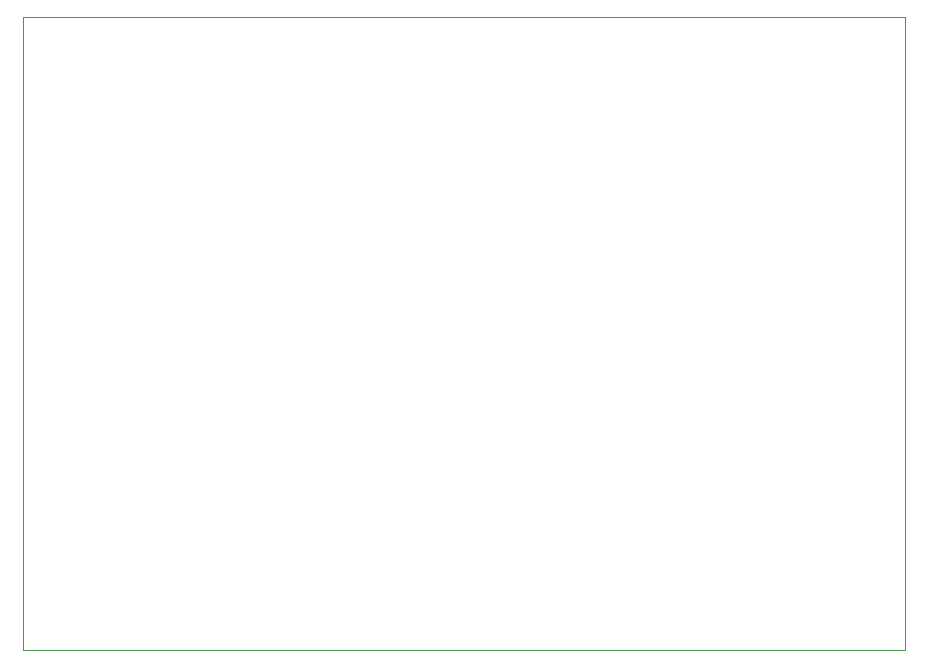
<source format=gm1>
G04 #@! TF.GenerationSoftware,KiCad,Pcbnew,7.0.7*
G04 #@! TF.CreationDate,2023-12-28T09:21:25+02:00*
G04 #@! TF.ProjectId,LED Dimmer,4c454420-4469-46d6-9d65-722e6b696361,rev?*
G04 #@! TF.SameCoordinates,Original*
G04 #@! TF.FileFunction,Profile,NP*
%FSLAX46Y46*%
G04 Gerber Fmt 4.6, Leading zero omitted, Abs format (unit mm)*
G04 Created by KiCad (PCBNEW 7.0.7) date 2023-12-28 09:21:25*
%MOMM*%
%LPD*%
G01*
G04 APERTURE LIST*
G04 #@! TA.AperFunction,Profile*
%ADD10C,0.100000*%
G04 #@! TD*
G04 APERTURE END LIST*
D10*
X243332000Y-131572000D02*
X168656000Y-131572000D01*
X168656000Y-77978000D01*
X243332000Y-77978000D01*
X243332000Y-131572000D01*
M02*

</source>
